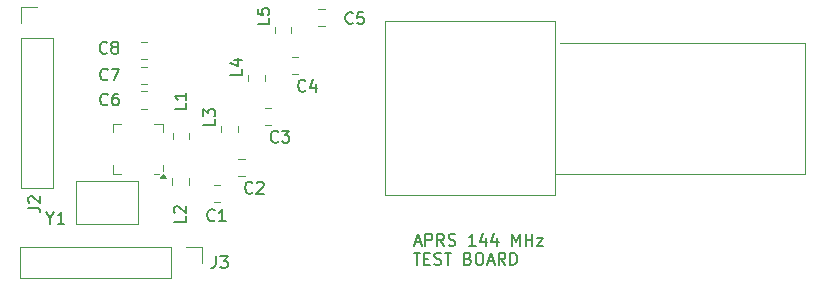
<source format=gbr>
%TF.GenerationSoftware,KiCad,Pcbnew,8.0.3*%
%TF.CreationDate,2024-10-19T23:10:20+02:00*%
%TF.ProjectId,aprs_test_board,61707273-5f74-4657-9374-5f626f617264,rev?*%
%TF.SameCoordinates,Original*%
%TF.FileFunction,Legend,Top*%
%TF.FilePolarity,Positive*%
%FSLAX46Y46*%
G04 Gerber Fmt 4.6, Leading zero omitted, Abs format (unit mm)*
G04 Created by KiCad (PCBNEW 8.0.3) date 2024-10-19 23:10:20*
%MOMM*%
%LPD*%
G01*
G04 APERTURE LIST*
%ADD10C,0.200000*%
%ADD11C,0.120000*%
%ADD12C,0.100000*%
G04 APERTURE END LIST*
D10*
X124322054Y-111341560D02*
X124798244Y-111341560D01*
X124226816Y-111627275D02*
X124560149Y-110627275D01*
X124560149Y-110627275D02*
X124893482Y-111627275D01*
X125226816Y-111627275D02*
X125226816Y-110627275D01*
X125226816Y-110627275D02*
X125607768Y-110627275D01*
X125607768Y-110627275D02*
X125703006Y-110674894D01*
X125703006Y-110674894D02*
X125750625Y-110722513D01*
X125750625Y-110722513D02*
X125798244Y-110817751D01*
X125798244Y-110817751D02*
X125798244Y-110960608D01*
X125798244Y-110960608D02*
X125750625Y-111055846D01*
X125750625Y-111055846D02*
X125703006Y-111103465D01*
X125703006Y-111103465D02*
X125607768Y-111151084D01*
X125607768Y-111151084D02*
X125226816Y-111151084D01*
X126798244Y-111627275D02*
X126464911Y-111151084D01*
X126226816Y-111627275D02*
X126226816Y-110627275D01*
X126226816Y-110627275D02*
X126607768Y-110627275D01*
X126607768Y-110627275D02*
X126703006Y-110674894D01*
X126703006Y-110674894D02*
X126750625Y-110722513D01*
X126750625Y-110722513D02*
X126798244Y-110817751D01*
X126798244Y-110817751D02*
X126798244Y-110960608D01*
X126798244Y-110960608D02*
X126750625Y-111055846D01*
X126750625Y-111055846D02*
X126703006Y-111103465D01*
X126703006Y-111103465D02*
X126607768Y-111151084D01*
X126607768Y-111151084D02*
X126226816Y-111151084D01*
X127179197Y-111579656D02*
X127322054Y-111627275D01*
X127322054Y-111627275D02*
X127560149Y-111627275D01*
X127560149Y-111627275D02*
X127655387Y-111579656D01*
X127655387Y-111579656D02*
X127703006Y-111532036D01*
X127703006Y-111532036D02*
X127750625Y-111436798D01*
X127750625Y-111436798D02*
X127750625Y-111341560D01*
X127750625Y-111341560D02*
X127703006Y-111246322D01*
X127703006Y-111246322D02*
X127655387Y-111198703D01*
X127655387Y-111198703D02*
X127560149Y-111151084D01*
X127560149Y-111151084D02*
X127369673Y-111103465D01*
X127369673Y-111103465D02*
X127274435Y-111055846D01*
X127274435Y-111055846D02*
X127226816Y-111008227D01*
X127226816Y-111008227D02*
X127179197Y-110912989D01*
X127179197Y-110912989D02*
X127179197Y-110817751D01*
X127179197Y-110817751D02*
X127226816Y-110722513D01*
X127226816Y-110722513D02*
X127274435Y-110674894D01*
X127274435Y-110674894D02*
X127369673Y-110627275D01*
X127369673Y-110627275D02*
X127607768Y-110627275D01*
X127607768Y-110627275D02*
X127750625Y-110674894D01*
X129464911Y-111627275D02*
X128893483Y-111627275D01*
X129179197Y-111627275D02*
X129179197Y-110627275D01*
X129179197Y-110627275D02*
X129083959Y-110770132D01*
X129083959Y-110770132D02*
X128988721Y-110865370D01*
X128988721Y-110865370D02*
X128893483Y-110912989D01*
X130322054Y-110960608D02*
X130322054Y-111627275D01*
X130083959Y-110579656D02*
X129845864Y-111293941D01*
X129845864Y-111293941D02*
X130464911Y-111293941D01*
X131274435Y-110960608D02*
X131274435Y-111627275D01*
X131036340Y-110579656D02*
X130798245Y-111293941D01*
X130798245Y-111293941D02*
X131417292Y-111293941D01*
X132560150Y-111627275D02*
X132560150Y-110627275D01*
X132560150Y-110627275D02*
X132893483Y-111341560D01*
X132893483Y-111341560D02*
X133226816Y-110627275D01*
X133226816Y-110627275D02*
X133226816Y-111627275D01*
X133703007Y-111627275D02*
X133703007Y-110627275D01*
X133703007Y-111103465D02*
X134274435Y-111103465D01*
X134274435Y-111627275D02*
X134274435Y-110627275D01*
X134655388Y-110960608D02*
X135179197Y-110960608D01*
X135179197Y-110960608D02*
X134655388Y-111627275D01*
X134655388Y-111627275D02*
X135179197Y-111627275D01*
X124226816Y-112237219D02*
X124798244Y-112237219D01*
X124512530Y-113237219D02*
X124512530Y-112237219D01*
X125131578Y-112713409D02*
X125464911Y-112713409D01*
X125607768Y-113237219D02*
X125131578Y-113237219D01*
X125131578Y-113237219D02*
X125131578Y-112237219D01*
X125131578Y-112237219D02*
X125607768Y-112237219D01*
X125988721Y-113189600D02*
X126131578Y-113237219D01*
X126131578Y-113237219D02*
X126369673Y-113237219D01*
X126369673Y-113237219D02*
X126464911Y-113189600D01*
X126464911Y-113189600D02*
X126512530Y-113141980D01*
X126512530Y-113141980D02*
X126560149Y-113046742D01*
X126560149Y-113046742D02*
X126560149Y-112951504D01*
X126560149Y-112951504D02*
X126512530Y-112856266D01*
X126512530Y-112856266D02*
X126464911Y-112808647D01*
X126464911Y-112808647D02*
X126369673Y-112761028D01*
X126369673Y-112761028D02*
X126179197Y-112713409D01*
X126179197Y-112713409D02*
X126083959Y-112665790D01*
X126083959Y-112665790D02*
X126036340Y-112618171D01*
X126036340Y-112618171D02*
X125988721Y-112522933D01*
X125988721Y-112522933D02*
X125988721Y-112427695D01*
X125988721Y-112427695D02*
X126036340Y-112332457D01*
X126036340Y-112332457D02*
X126083959Y-112284838D01*
X126083959Y-112284838D02*
X126179197Y-112237219D01*
X126179197Y-112237219D02*
X126417292Y-112237219D01*
X126417292Y-112237219D02*
X126560149Y-112284838D01*
X126845864Y-112237219D02*
X127417292Y-112237219D01*
X127131578Y-113237219D02*
X127131578Y-112237219D01*
X128845864Y-112713409D02*
X128988721Y-112761028D01*
X128988721Y-112761028D02*
X129036340Y-112808647D01*
X129036340Y-112808647D02*
X129083959Y-112903885D01*
X129083959Y-112903885D02*
X129083959Y-113046742D01*
X129083959Y-113046742D02*
X129036340Y-113141980D01*
X129036340Y-113141980D02*
X128988721Y-113189600D01*
X128988721Y-113189600D02*
X128893483Y-113237219D01*
X128893483Y-113237219D02*
X128512531Y-113237219D01*
X128512531Y-113237219D02*
X128512531Y-112237219D01*
X128512531Y-112237219D02*
X128845864Y-112237219D01*
X128845864Y-112237219D02*
X128941102Y-112284838D01*
X128941102Y-112284838D02*
X128988721Y-112332457D01*
X128988721Y-112332457D02*
X129036340Y-112427695D01*
X129036340Y-112427695D02*
X129036340Y-112522933D01*
X129036340Y-112522933D02*
X128988721Y-112618171D01*
X128988721Y-112618171D02*
X128941102Y-112665790D01*
X128941102Y-112665790D02*
X128845864Y-112713409D01*
X128845864Y-112713409D02*
X128512531Y-112713409D01*
X129703007Y-112237219D02*
X129893483Y-112237219D01*
X129893483Y-112237219D02*
X129988721Y-112284838D01*
X129988721Y-112284838D02*
X130083959Y-112380076D01*
X130083959Y-112380076D02*
X130131578Y-112570552D01*
X130131578Y-112570552D02*
X130131578Y-112903885D01*
X130131578Y-112903885D02*
X130083959Y-113094361D01*
X130083959Y-113094361D02*
X129988721Y-113189600D01*
X129988721Y-113189600D02*
X129893483Y-113237219D01*
X129893483Y-113237219D02*
X129703007Y-113237219D01*
X129703007Y-113237219D02*
X129607769Y-113189600D01*
X129607769Y-113189600D02*
X129512531Y-113094361D01*
X129512531Y-113094361D02*
X129464912Y-112903885D01*
X129464912Y-112903885D02*
X129464912Y-112570552D01*
X129464912Y-112570552D02*
X129512531Y-112380076D01*
X129512531Y-112380076D02*
X129607769Y-112284838D01*
X129607769Y-112284838D02*
X129703007Y-112237219D01*
X130512531Y-112951504D02*
X130988721Y-112951504D01*
X130417293Y-113237219D02*
X130750626Y-112237219D01*
X130750626Y-112237219D02*
X131083959Y-113237219D01*
X131988721Y-113237219D02*
X131655388Y-112761028D01*
X131417293Y-113237219D02*
X131417293Y-112237219D01*
X131417293Y-112237219D02*
X131798245Y-112237219D01*
X131798245Y-112237219D02*
X131893483Y-112284838D01*
X131893483Y-112284838D02*
X131941102Y-112332457D01*
X131941102Y-112332457D02*
X131988721Y-112427695D01*
X131988721Y-112427695D02*
X131988721Y-112570552D01*
X131988721Y-112570552D02*
X131941102Y-112665790D01*
X131941102Y-112665790D02*
X131893483Y-112713409D01*
X131893483Y-112713409D02*
X131798245Y-112761028D01*
X131798245Y-112761028D02*
X131417293Y-112761028D01*
X132417293Y-113237219D02*
X132417293Y-112237219D01*
X132417293Y-112237219D02*
X132655388Y-112237219D01*
X132655388Y-112237219D02*
X132798245Y-112284838D01*
X132798245Y-112284838D02*
X132893483Y-112380076D01*
X132893483Y-112380076D02*
X132941102Y-112475314D01*
X132941102Y-112475314D02*
X132988721Y-112665790D01*
X132988721Y-112665790D02*
X132988721Y-112808647D01*
X132988721Y-112808647D02*
X132941102Y-112999123D01*
X132941102Y-112999123D02*
X132893483Y-113094361D01*
X132893483Y-113094361D02*
X132798245Y-113189600D01*
X132798245Y-113189600D02*
X132655388Y-113237219D01*
X132655388Y-113237219D02*
X132417293Y-113237219D01*
X93473809Y-109306028D02*
X93473809Y-109782219D01*
X93140476Y-108782219D02*
X93473809Y-109306028D01*
X93473809Y-109306028D02*
X93807142Y-108782219D01*
X94664285Y-109782219D02*
X94092857Y-109782219D01*
X94378571Y-109782219D02*
X94378571Y-108782219D01*
X94378571Y-108782219D02*
X94283333Y-108925076D01*
X94283333Y-108925076D02*
X94188095Y-109020314D01*
X94188095Y-109020314D02*
X94092857Y-109067933D01*
X98253333Y-95269480D02*
X98205714Y-95317100D01*
X98205714Y-95317100D02*
X98062857Y-95364719D01*
X98062857Y-95364719D02*
X97967619Y-95364719D01*
X97967619Y-95364719D02*
X97824762Y-95317100D01*
X97824762Y-95317100D02*
X97729524Y-95221861D01*
X97729524Y-95221861D02*
X97681905Y-95126623D01*
X97681905Y-95126623D02*
X97634286Y-94936147D01*
X97634286Y-94936147D02*
X97634286Y-94793290D01*
X97634286Y-94793290D02*
X97681905Y-94602814D01*
X97681905Y-94602814D02*
X97729524Y-94507576D01*
X97729524Y-94507576D02*
X97824762Y-94412338D01*
X97824762Y-94412338D02*
X97967619Y-94364719D01*
X97967619Y-94364719D02*
X98062857Y-94364719D01*
X98062857Y-94364719D02*
X98205714Y-94412338D01*
X98205714Y-94412338D02*
X98253333Y-94459957D01*
X98824762Y-94793290D02*
X98729524Y-94745671D01*
X98729524Y-94745671D02*
X98681905Y-94698052D01*
X98681905Y-94698052D02*
X98634286Y-94602814D01*
X98634286Y-94602814D02*
X98634286Y-94555195D01*
X98634286Y-94555195D02*
X98681905Y-94459957D01*
X98681905Y-94459957D02*
X98729524Y-94412338D01*
X98729524Y-94412338D02*
X98824762Y-94364719D01*
X98824762Y-94364719D02*
X99015238Y-94364719D01*
X99015238Y-94364719D02*
X99110476Y-94412338D01*
X99110476Y-94412338D02*
X99158095Y-94459957D01*
X99158095Y-94459957D02*
X99205714Y-94555195D01*
X99205714Y-94555195D02*
X99205714Y-94602814D01*
X99205714Y-94602814D02*
X99158095Y-94698052D01*
X99158095Y-94698052D02*
X99110476Y-94745671D01*
X99110476Y-94745671D02*
X99015238Y-94793290D01*
X99015238Y-94793290D02*
X98824762Y-94793290D01*
X98824762Y-94793290D02*
X98729524Y-94840909D01*
X98729524Y-94840909D02*
X98681905Y-94888528D01*
X98681905Y-94888528D02*
X98634286Y-94983766D01*
X98634286Y-94983766D02*
X98634286Y-95174242D01*
X98634286Y-95174242D02*
X98681905Y-95269480D01*
X98681905Y-95269480D02*
X98729524Y-95317100D01*
X98729524Y-95317100D02*
X98824762Y-95364719D01*
X98824762Y-95364719D02*
X99015238Y-95364719D01*
X99015238Y-95364719D02*
X99110476Y-95317100D01*
X99110476Y-95317100D02*
X99158095Y-95269480D01*
X99158095Y-95269480D02*
X99205714Y-95174242D01*
X99205714Y-95174242D02*
X99205714Y-94983766D01*
X99205714Y-94983766D02*
X99158095Y-94888528D01*
X99158095Y-94888528D02*
X99110476Y-94840909D01*
X99110476Y-94840909D02*
X99015238Y-94793290D01*
X109702219Y-96656666D02*
X109702219Y-97132856D01*
X109702219Y-97132856D02*
X108702219Y-97132856D01*
X109035552Y-95894761D02*
X109702219Y-95894761D01*
X108654600Y-96132856D02*
X109368885Y-96370951D01*
X109368885Y-96370951D02*
X109368885Y-95751904D01*
X119073333Y-92746980D02*
X119025714Y-92794600D01*
X119025714Y-92794600D02*
X118882857Y-92842219D01*
X118882857Y-92842219D02*
X118787619Y-92842219D01*
X118787619Y-92842219D02*
X118644762Y-92794600D01*
X118644762Y-92794600D02*
X118549524Y-92699361D01*
X118549524Y-92699361D02*
X118501905Y-92604123D01*
X118501905Y-92604123D02*
X118454286Y-92413647D01*
X118454286Y-92413647D02*
X118454286Y-92270790D01*
X118454286Y-92270790D02*
X118501905Y-92080314D01*
X118501905Y-92080314D02*
X118549524Y-91985076D01*
X118549524Y-91985076D02*
X118644762Y-91889838D01*
X118644762Y-91889838D02*
X118787619Y-91842219D01*
X118787619Y-91842219D02*
X118882857Y-91842219D01*
X118882857Y-91842219D02*
X119025714Y-91889838D01*
X119025714Y-91889838D02*
X119073333Y-91937457D01*
X119978095Y-91842219D02*
X119501905Y-91842219D01*
X119501905Y-91842219D02*
X119454286Y-92318409D01*
X119454286Y-92318409D02*
X119501905Y-92270790D01*
X119501905Y-92270790D02*
X119597143Y-92223171D01*
X119597143Y-92223171D02*
X119835238Y-92223171D01*
X119835238Y-92223171D02*
X119930476Y-92270790D01*
X119930476Y-92270790D02*
X119978095Y-92318409D01*
X119978095Y-92318409D02*
X120025714Y-92413647D01*
X120025714Y-92413647D02*
X120025714Y-92651742D01*
X120025714Y-92651742D02*
X119978095Y-92746980D01*
X119978095Y-92746980D02*
X119930476Y-92794600D01*
X119930476Y-92794600D02*
X119835238Y-92842219D01*
X119835238Y-92842219D02*
X119597143Y-92842219D01*
X119597143Y-92842219D02*
X119501905Y-92794600D01*
X119501905Y-92794600D02*
X119454286Y-92746980D01*
X115063333Y-98476980D02*
X115015714Y-98524600D01*
X115015714Y-98524600D02*
X114872857Y-98572219D01*
X114872857Y-98572219D02*
X114777619Y-98572219D01*
X114777619Y-98572219D02*
X114634762Y-98524600D01*
X114634762Y-98524600D02*
X114539524Y-98429361D01*
X114539524Y-98429361D02*
X114491905Y-98334123D01*
X114491905Y-98334123D02*
X114444286Y-98143647D01*
X114444286Y-98143647D02*
X114444286Y-98000790D01*
X114444286Y-98000790D02*
X114491905Y-97810314D01*
X114491905Y-97810314D02*
X114539524Y-97715076D01*
X114539524Y-97715076D02*
X114634762Y-97619838D01*
X114634762Y-97619838D02*
X114777619Y-97572219D01*
X114777619Y-97572219D02*
X114872857Y-97572219D01*
X114872857Y-97572219D02*
X115015714Y-97619838D01*
X115015714Y-97619838D02*
X115063333Y-97667457D01*
X115920476Y-97905552D02*
X115920476Y-98572219D01*
X115682381Y-97524600D02*
X115444286Y-98238885D01*
X115444286Y-98238885D02*
X116063333Y-98238885D01*
X112022219Y-92376666D02*
X112022219Y-92852856D01*
X112022219Y-92852856D02*
X111022219Y-92852856D01*
X111022219Y-91567142D02*
X111022219Y-92043332D01*
X111022219Y-92043332D02*
X111498409Y-92090951D01*
X111498409Y-92090951D02*
X111450790Y-92043332D01*
X111450790Y-92043332D02*
X111403171Y-91948094D01*
X111403171Y-91948094D02*
X111403171Y-91709999D01*
X111403171Y-91709999D02*
X111450790Y-91614761D01*
X111450790Y-91614761D02*
X111498409Y-91567142D01*
X111498409Y-91567142D02*
X111593647Y-91519523D01*
X111593647Y-91519523D02*
X111831742Y-91519523D01*
X111831742Y-91519523D02*
X111926980Y-91567142D01*
X111926980Y-91567142D02*
X111974600Y-91614761D01*
X111974600Y-91614761D02*
X112022219Y-91709999D01*
X112022219Y-91709999D02*
X112022219Y-91948094D01*
X112022219Y-91948094D02*
X111974600Y-92043332D01*
X111974600Y-92043332D02*
X111926980Y-92090951D01*
X112753333Y-102796980D02*
X112705714Y-102844600D01*
X112705714Y-102844600D02*
X112562857Y-102892219D01*
X112562857Y-102892219D02*
X112467619Y-102892219D01*
X112467619Y-102892219D02*
X112324762Y-102844600D01*
X112324762Y-102844600D02*
X112229524Y-102749361D01*
X112229524Y-102749361D02*
X112181905Y-102654123D01*
X112181905Y-102654123D02*
X112134286Y-102463647D01*
X112134286Y-102463647D02*
X112134286Y-102320790D01*
X112134286Y-102320790D02*
X112181905Y-102130314D01*
X112181905Y-102130314D02*
X112229524Y-102035076D01*
X112229524Y-102035076D02*
X112324762Y-101939838D01*
X112324762Y-101939838D02*
X112467619Y-101892219D01*
X112467619Y-101892219D02*
X112562857Y-101892219D01*
X112562857Y-101892219D02*
X112705714Y-101939838D01*
X112705714Y-101939838D02*
X112753333Y-101987457D01*
X113086667Y-101892219D02*
X113705714Y-101892219D01*
X113705714Y-101892219D02*
X113372381Y-102273171D01*
X113372381Y-102273171D02*
X113515238Y-102273171D01*
X113515238Y-102273171D02*
X113610476Y-102320790D01*
X113610476Y-102320790D02*
X113658095Y-102368409D01*
X113658095Y-102368409D02*
X113705714Y-102463647D01*
X113705714Y-102463647D02*
X113705714Y-102701742D01*
X113705714Y-102701742D02*
X113658095Y-102796980D01*
X113658095Y-102796980D02*
X113610476Y-102844600D01*
X113610476Y-102844600D02*
X113515238Y-102892219D01*
X113515238Y-102892219D02*
X113229524Y-102892219D01*
X113229524Y-102892219D02*
X113134286Y-102844600D01*
X113134286Y-102844600D02*
X113086667Y-102796980D01*
X104982219Y-99564166D02*
X104982219Y-100040356D01*
X104982219Y-100040356D02*
X103982219Y-100040356D01*
X104982219Y-98707023D02*
X104982219Y-99278451D01*
X104982219Y-98992737D02*
X103982219Y-98992737D01*
X103982219Y-98992737D02*
X104125076Y-99087975D01*
X104125076Y-99087975D02*
X104220314Y-99183213D01*
X104220314Y-99183213D02*
X104267933Y-99278451D01*
X110573333Y-107111980D02*
X110525714Y-107159600D01*
X110525714Y-107159600D02*
X110382857Y-107207219D01*
X110382857Y-107207219D02*
X110287619Y-107207219D01*
X110287619Y-107207219D02*
X110144762Y-107159600D01*
X110144762Y-107159600D02*
X110049524Y-107064361D01*
X110049524Y-107064361D02*
X110001905Y-106969123D01*
X110001905Y-106969123D02*
X109954286Y-106778647D01*
X109954286Y-106778647D02*
X109954286Y-106635790D01*
X109954286Y-106635790D02*
X110001905Y-106445314D01*
X110001905Y-106445314D02*
X110049524Y-106350076D01*
X110049524Y-106350076D02*
X110144762Y-106254838D01*
X110144762Y-106254838D02*
X110287619Y-106207219D01*
X110287619Y-106207219D02*
X110382857Y-106207219D01*
X110382857Y-106207219D02*
X110525714Y-106254838D01*
X110525714Y-106254838D02*
X110573333Y-106302457D01*
X110954286Y-106302457D02*
X111001905Y-106254838D01*
X111001905Y-106254838D02*
X111097143Y-106207219D01*
X111097143Y-106207219D02*
X111335238Y-106207219D01*
X111335238Y-106207219D02*
X111430476Y-106254838D01*
X111430476Y-106254838D02*
X111478095Y-106302457D01*
X111478095Y-106302457D02*
X111525714Y-106397695D01*
X111525714Y-106397695D02*
X111525714Y-106492933D01*
X111525714Y-106492933D02*
X111478095Y-106635790D01*
X111478095Y-106635790D02*
X110906667Y-107207219D01*
X110906667Y-107207219D02*
X111525714Y-107207219D01*
X98313333Y-97529480D02*
X98265714Y-97577100D01*
X98265714Y-97577100D02*
X98122857Y-97624719D01*
X98122857Y-97624719D02*
X98027619Y-97624719D01*
X98027619Y-97624719D02*
X97884762Y-97577100D01*
X97884762Y-97577100D02*
X97789524Y-97481861D01*
X97789524Y-97481861D02*
X97741905Y-97386623D01*
X97741905Y-97386623D02*
X97694286Y-97196147D01*
X97694286Y-97196147D02*
X97694286Y-97053290D01*
X97694286Y-97053290D02*
X97741905Y-96862814D01*
X97741905Y-96862814D02*
X97789524Y-96767576D01*
X97789524Y-96767576D02*
X97884762Y-96672338D01*
X97884762Y-96672338D02*
X98027619Y-96624719D01*
X98027619Y-96624719D02*
X98122857Y-96624719D01*
X98122857Y-96624719D02*
X98265714Y-96672338D01*
X98265714Y-96672338D02*
X98313333Y-96719957D01*
X98646667Y-96624719D02*
X99313333Y-96624719D01*
X99313333Y-96624719D02*
X98884762Y-97624719D01*
X98313333Y-99659480D02*
X98265714Y-99707100D01*
X98265714Y-99707100D02*
X98122857Y-99754719D01*
X98122857Y-99754719D02*
X98027619Y-99754719D01*
X98027619Y-99754719D02*
X97884762Y-99707100D01*
X97884762Y-99707100D02*
X97789524Y-99611861D01*
X97789524Y-99611861D02*
X97741905Y-99516623D01*
X97741905Y-99516623D02*
X97694286Y-99326147D01*
X97694286Y-99326147D02*
X97694286Y-99183290D01*
X97694286Y-99183290D02*
X97741905Y-98992814D01*
X97741905Y-98992814D02*
X97789524Y-98897576D01*
X97789524Y-98897576D02*
X97884762Y-98802338D01*
X97884762Y-98802338D02*
X98027619Y-98754719D01*
X98027619Y-98754719D02*
X98122857Y-98754719D01*
X98122857Y-98754719D02*
X98265714Y-98802338D01*
X98265714Y-98802338D02*
X98313333Y-98849957D01*
X99170476Y-98754719D02*
X98980000Y-98754719D01*
X98980000Y-98754719D02*
X98884762Y-98802338D01*
X98884762Y-98802338D02*
X98837143Y-98849957D01*
X98837143Y-98849957D02*
X98741905Y-98992814D01*
X98741905Y-98992814D02*
X98694286Y-99183290D01*
X98694286Y-99183290D02*
X98694286Y-99564242D01*
X98694286Y-99564242D02*
X98741905Y-99659480D01*
X98741905Y-99659480D02*
X98789524Y-99707100D01*
X98789524Y-99707100D02*
X98884762Y-99754719D01*
X98884762Y-99754719D02*
X99075238Y-99754719D01*
X99075238Y-99754719D02*
X99170476Y-99707100D01*
X99170476Y-99707100D02*
X99218095Y-99659480D01*
X99218095Y-99659480D02*
X99265714Y-99564242D01*
X99265714Y-99564242D02*
X99265714Y-99326147D01*
X99265714Y-99326147D02*
X99218095Y-99230909D01*
X99218095Y-99230909D02*
X99170476Y-99183290D01*
X99170476Y-99183290D02*
X99075238Y-99135671D01*
X99075238Y-99135671D02*
X98884762Y-99135671D01*
X98884762Y-99135671D02*
X98789524Y-99183290D01*
X98789524Y-99183290D02*
X98741905Y-99230909D01*
X98741905Y-99230909D02*
X98694286Y-99326147D01*
X91602219Y-108423333D02*
X92316504Y-108423333D01*
X92316504Y-108423333D02*
X92459361Y-108470952D01*
X92459361Y-108470952D02*
X92554600Y-108566190D01*
X92554600Y-108566190D02*
X92602219Y-108709047D01*
X92602219Y-108709047D02*
X92602219Y-108804285D01*
X91697457Y-107994761D02*
X91649838Y-107947142D01*
X91649838Y-107947142D02*
X91602219Y-107851904D01*
X91602219Y-107851904D02*
X91602219Y-107613809D01*
X91602219Y-107613809D02*
X91649838Y-107518571D01*
X91649838Y-107518571D02*
X91697457Y-107470952D01*
X91697457Y-107470952D02*
X91792695Y-107423333D01*
X91792695Y-107423333D02*
X91887933Y-107423333D01*
X91887933Y-107423333D02*
X92030790Y-107470952D01*
X92030790Y-107470952D02*
X92602219Y-108042380D01*
X92602219Y-108042380D02*
X92602219Y-107423333D01*
X107486666Y-112502219D02*
X107486666Y-113216504D01*
X107486666Y-113216504D02*
X107439047Y-113359361D01*
X107439047Y-113359361D02*
X107343809Y-113454600D01*
X107343809Y-113454600D02*
X107200952Y-113502219D01*
X107200952Y-113502219D02*
X107105714Y-113502219D01*
X107867619Y-112502219D02*
X108486666Y-112502219D01*
X108486666Y-112502219D02*
X108153333Y-112883171D01*
X108153333Y-112883171D02*
X108296190Y-112883171D01*
X108296190Y-112883171D02*
X108391428Y-112930790D01*
X108391428Y-112930790D02*
X108439047Y-112978409D01*
X108439047Y-112978409D02*
X108486666Y-113073647D01*
X108486666Y-113073647D02*
X108486666Y-113311742D01*
X108486666Y-113311742D02*
X108439047Y-113406980D01*
X108439047Y-113406980D02*
X108391428Y-113454600D01*
X108391428Y-113454600D02*
X108296190Y-113502219D01*
X108296190Y-113502219D02*
X108010476Y-113502219D01*
X108010476Y-113502219D02*
X107915238Y-113454600D01*
X107915238Y-113454600D02*
X107867619Y-113406980D01*
X104922219Y-109121666D02*
X104922219Y-109597856D01*
X104922219Y-109597856D02*
X103922219Y-109597856D01*
X104017457Y-108835951D02*
X103969838Y-108788332D01*
X103969838Y-108788332D02*
X103922219Y-108693094D01*
X103922219Y-108693094D02*
X103922219Y-108454999D01*
X103922219Y-108454999D02*
X103969838Y-108359761D01*
X103969838Y-108359761D02*
X104017457Y-108312142D01*
X104017457Y-108312142D02*
X104112695Y-108264523D01*
X104112695Y-108264523D02*
X104207933Y-108264523D01*
X104207933Y-108264523D02*
X104350790Y-108312142D01*
X104350790Y-108312142D02*
X104922219Y-108883570D01*
X104922219Y-108883570D02*
X104922219Y-108264523D01*
X107422219Y-100906666D02*
X107422219Y-101382856D01*
X107422219Y-101382856D02*
X106422219Y-101382856D01*
X106422219Y-100668570D02*
X106422219Y-100049523D01*
X106422219Y-100049523D02*
X106803171Y-100382856D01*
X106803171Y-100382856D02*
X106803171Y-100239999D01*
X106803171Y-100239999D02*
X106850790Y-100144761D01*
X106850790Y-100144761D02*
X106898409Y-100097142D01*
X106898409Y-100097142D02*
X106993647Y-100049523D01*
X106993647Y-100049523D02*
X107231742Y-100049523D01*
X107231742Y-100049523D02*
X107326980Y-100097142D01*
X107326980Y-100097142D02*
X107374600Y-100144761D01*
X107374600Y-100144761D02*
X107422219Y-100239999D01*
X107422219Y-100239999D02*
X107422219Y-100525713D01*
X107422219Y-100525713D02*
X107374600Y-100620951D01*
X107374600Y-100620951D02*
X107326980Y-100668570D01*
X107373333Y-109451980D02*
X107325714Y-109499600D01*
X107325714Y-109499600D02*
X107182857Y-109547219D01*
X107182857Y-109547219D02*
X107087619Y-109547219D01*
X107087619Y-109547219D02*
X106944762Y-109499600D01*
X106944762Y-109499600D02*
X106849524Y-109404361D01*
X106849524Y-109404361D02*
X106801905Y-109309123D01*
X106801905Y-109309123D02*
X106754286Y-109118647D01*
X106754286Y-109118647D02*
X106754286Y-108975790D01*
X106754286Y-108975790D02*
X106801905Y-108785314D01*
X106801905Y-108785314D02*
X106849524Y-108690076D01*
X106849524Y-108690076D02*
X106944762Y-108594838D01*
X106944762Y-108594838D02*
X107087619Y-108547219D01*
X107087619Y-108547219D02*
X107182857Y-108547219D01*
X107182857Y-108547219D02*
X107325714Y-108594838D01*
X107325714Y-108594838D02*
X107373333Y-108642457D01*
X108325714Y-109547219D02*
X107754286Y-109547219D01*
X108040000Y-109547219D02*
X108040000Y-108547219D01*
X108040000Y-108547219D02*
X107944762Y-108690076D01*
X107944762Y-108690076D02*
X107849524Y-108785314D01*
X107849524Y-108785314D02*
X107754286Y-108832933D01*
D11*
%TO.C,Y1*%
X100920000Y-109830000D02*
X95620000Y-109830000D01*
X95620000Y-109830000D02*
X95620000Y-106130000D01*
X100920000Y-106130000D02*
X95620000Y-106130000D01*
X100920000Y-109830000D02*
X100920000Y-106130000D01*
%TO.C,C8*%
X101121248Y-94345000D02*
X101643752Y-94345000D01*
X101121248Y-95815000D02*
X101643752Y-95815000D01*
%TO.C,L4*%
X110200000Y-97666252D02*
X110200000Y-97143748D01*
X111620000Y-97666252D02*
X111620000Y-97143748D01*
%TO.C,C5*%
X116691252Y-91565000D02*
X116168748Y-91565000D01*
X116691252Y-93035000D02*
X116168748Y-93035000D01*
%TO.C,C4*%
X114461252Y-95650000D02*
X113938748Y-95650000D01*
X114461252Y-97120000D02*
X113938748Y-97120000D01*
%TO.C,L5*%
X112450000Y-93591252D02*
X112450000Y-93068748D01*
X113870000Y-93591252D02*
X113870000Y-93068748D01*
%TO.C,C3*%
X112181252Y-99950000D02*
X111658748Y-99950000D01*
X112181252Y-101420000D02*
X111658748Y-101420000D01*
%TO.C,L1*%
X103820000Y-102076248D02*
X103820000Y-102598752D01*
X105240000Y-102076248D02*
X105240000Y-102598752D01*
%TO.C,C2*%
X109911252Y-104260000D02*
X109388748Y-104260000D01*
X109911252Y-105730000D02*
X109388748Y-105730000D01*
%TO.C,C7*%
X101121248Y-96455000D02*
X101643752Y-96455000D01*
X101121248Y-97925000D02*
X101643752Y-97925000D01*
%TO.C,C6*%
X101118748Y-98555000D02*
X101641252Y-98555000D01*
X101118748Y-100025000D02*
X101641252Y-100025000D01*
%TO.C,J2*%
X91020000Y-91420000D02*
X92350000Y-91420000D01*
X91020000Y-92750000D02*
X91020000Y-91420000D01*
X91020000Y-94020000D02*
X91020000Y-106780000D01*
X91020000Y-94020000D02*
X93680000Y-94020000D01*
X91020000Y-106780000D02*
X93680000Y-106780000D01*
X93680000Y-94020000D02*
X93680000Y-106780000D01*
%TO.C,J3*%
X90930000Y-111740000D02*
X90930000Y-114400000D01*
X103690000Y-111740000D02*
X90930000Y-111740000D01*
X103690000Y-111740000D02*
X103690000Y-114400000D01*
X103690000Y-114400000D02*
X90930000Y-114400000D01*
X104960000Y-111740000D02*
X106290000Y-111740000D01*
X106290000Y-111740000D02*
X106290000Y-113070000D01*
%TO.C,L2*%
X103810000Y-105923748D02*
X103810000Y-106446252D01*
X105230000Y-105923748D02*
X105230000Y-106446252D01*
%TO.C,U1*%
X98760000Y-101310000D02*
X98760000Y-102035000D01*
X98760000Y-105530000D02*
X98760000Y-104805000D01*
X99485000Y-101310000D02*
X98760000Y-101310000D01*
X99485000Y-105530000D02*
X98760000Y-105530000D01*
X102255000Y-101310000D02*
X102980000Y-101310000D01*
X102255000Y-105530000D02*
X102680000Y-105530000D01*
X102980000Y-101310000D02*
X102980000Y-102035000D01*
X102980000Y-104805000D02*
X102980000Y-105290000D01*
X103220000Y-105860000D02*
X102740000Y-105860000D01*
X102980000Y-105530000D01*
X103220000Y-105860000D01*
G36*
X103220000Y-105860000D02*
G01*
X102740000Y-105860000D01*
X102980000Y-105530000D01*
X103220000Y-105860000D01*
G37*
%TO.C,L3*%
X107920000Y-101986252D02*
X107920000Y-101463748D01*
X109340000Y-101986252D02*
X109340000Y-101463748D01*
D12*
%TO.C,J1*%
X121820000Y-92600000D02*
X136170000Y-92600000D01*
X121820000Y-107360000D02*
X121820000Y-92600000D01*
X136170000Y-92600000D02*
X136170000Y-107360000D01*
X136170000Y-107360000D02*
X121820000Y-107360000D01*
X136615000Y-94445000D02*
X157380000Y-94445000D01*
X157380000Y-94445000D02*
X157380000Y-105515000D01*
X157380000Y-105515000D02*
X136170000Y-105515000D01*
D11*
%TO.C,C1*%
X107318748Y-106470000D02*
X107841252Y-106470000D01*
X107318748Y-107940000D02*
X107841252Y-107940000D01*
%TD*%
M02*

</source>
